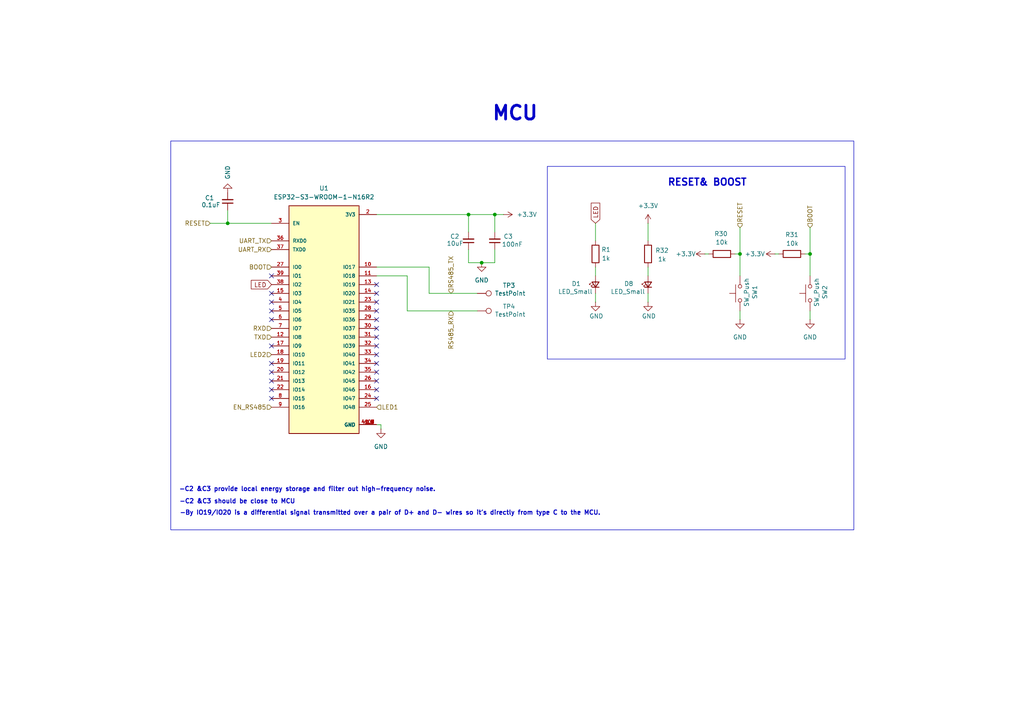
<source format=kicad_sch>
(kicad_sch (version 20231120) (generator "eeschema") (generator_version "8.0")
  (paper "A4")
  (lib_symbols
    (symbol "Connector:TestPoint" (pin_numbers hide) (pin_names (offset 0.762) hide)
      (property "Reference" "TP" (at 0 6.858 0))
      (property "Value" "TestPoint" (at 0 5.08 0))
      (symbol "TestPoint_0_1"
        (circle (center 0 3.302) (radius 0.762))
      )
      (symbol "TestPoint_1_1"
        (pin passive line (at 0 0 90) (length 2.54) (name "1") (number "1"))
      )
    )
    (symbol "Device:C_Small" (pin_numbers hide) (pin_names (offset 0.254) hide)
      (property "Reference" "C" (at 0.254 1.778 0))
      (property "Value" "C_Small" (at 0.254 -2.032 0))
      (symbol "C_Small_0_1"
        (polyline (pts (xy -1.524 -0.508) (xy 1.524 -0.508)) (stroke (width 0.3302)))
        (polyline (pts (xy -1.524 0.508) (xy 1.524 0.508)) (stroke (width 0.3048)))
      )
      (symbol "C_Small_1_1"
        (pin passive line (at 0 2.54 270) (length 2.032) (name "~") (number "1"))
        (pin passive line (at 0 -2.54 90) (length 2.032) (name "~") (number "2"))
      )
    )
    (symbol "Device:LED_Small" (pin_numbers hide) (pin_names (offset 0.254) hide)
      (property "Reference" "D" (at -1.27 3.175 0))
      (property "Value" "LED_Small" (at -4.445 -2.54 0))
      (symbol "LED_Small_0_1"
        (polyline (pts (xy -0.762 -1.016) (xy -0.762 1.016)) (stroke (width 0.254)))
        (polyline (pts (xy 1.016 0) (xy -0.762 0)))
        (polyline (pts (xy 0.762 -1.016) (xy -0.762 0) (xy 0.762 1.016) (xy 0.762 -1.016)) (stroke (width 0.254)))
        (polyline (pts (xy 0 0.762) (xy -0.508 1.27) (xy -0.254 1.27) (xy -0.508 1.27) (xy -0.508 1.016)))
        (polyline (pts (xy 0.508 1.27) (xy 0 1.778) (xy 0.254 1.778) (xy 0 1.778) (xy 0 1.524)))
      )
      (symbol "LED_Small_1_1"
        (pin passive line (at -2.54 0 0) (length 1.778) (name "K") (number "1"))
        (pin passive line (at 2.54 0 180) (length 1.778) (name "A") (number "2"))
      )
    )
    (symbol "Device:R" (pin_numbers hide) (pin_names (offset 0))
      (property "Reference" "R" (at 2.032 0 90))
      (property "Value" "R" (at 0 0 90))
      (symbol "R_0_1"
        (rectangle (start -1.016 -2.54) (end 1.016 2.54) (stroke (width 0.254)))
      )
      (symbol "R_1_1"
        (pin passive line (at 0 3.81 270) (length 1.27) (name "~") (number "1"))
        (pin passive line (at 0 -3.81 90) (length 1.27) (name "~") (number "2"))
      )
    )
    (symbol "ESP32-S3-WROOM-1-N16R2_1" (pin_names (offset 1.016))
      (property "Reference" "U" (at -10.16 34.1122 0))
      (property "Value" "ESP32-S3-WROOM-1-N16R2" (at -10.16 -35.56 0))
      (symbol "ESP32-S3-WROOM-1-N16R2_1_0_0"
        (rectangle (start -10.16 -33.02) (end 10.16 33.02) (stroke (width 0.254)) (fill (type background)))
        (pin power_in line (at 15.24 -30.48 180) (length 5.08) (name "GND") (number "1"))
        (pin bidirectional line (at 15.24 15.24 180) (length 5.08) (name "IO17") (number "10"))
        (pin bidirectional line (at 15.24 12.7 180) (length 5.08) (name "IO18") (number "11"))
        (pin bidirectional line (at -15.24 -5.08 0) (length 5.08) (name "IO8") (number "12"))
        (pin bidirectional line (at 15.24 10.16 180) (length 5.08) (name "IO19") (number "13"))
        (pin bidirectional line (at 15.24 7.62 180) (length 5.08) (name "IO20") (number "14"))
        (pin bidirectional line (at -15.24 7.62 0) (length 5.08) (name "IO3") (number "15"))
        (pin bidirectional line (at 15.24 -20.32 180) (length 5.08) (name "IO46") (number "16"))
        (pin bidirectional line (at -15.24 -7.62 0) (length 5.08) (name "IO9") (number "17"))
        (pin bidirectional line (at -15.24 -10.16 0) (length 5.08) (name "IO10") (number "18"))
        (pin bidirectional line (at -15.24 -12.7 0) (length 5.08) (name "IO11") (number "19"))
        (pin power_in line (at 15.24 30.48 180) (length 5.08) (name "3V3") (number "2"))
        (pin bidirectional line (at -15.24 -15.24 0) (length 5.08) (name "IO12") (number "20"))
        (pin bidirectional line (at -15.24 -17.78 0) (length 5.08) (name "IO13") (number "21"))
        (pin bidirectional line (at -15.24 -20.32 0) (length 5.08) (name "IO14") (number "22"))
        (pin bidirectional line (at 15.24 5.08 180) (length 5.08) (name "IO21") (number "23"))
        (pin bidirectional line (at 15.24 -22.86 180) (length 5.08) (name "IO47") (number "24"))
        (pin bidirectional line (at 15.24 -25.4 180) (length 5.08) (name "IO48") (number "25"))
        (pin bidirectional line (at 15.24 -17.78 180) (length 5.08) (name "IO45") (number "26"))
        (pin bidirectional line (at -15.24 15.24 0) (length 5.08) (name "IO0") (number "27"))
        (pin bidirectional line (at 15.24 2.54 180) (length 5.08) (name "IO35") (number "28"))
        (pin bidirectional line (at 15.24 0 180) (length 5.08) (name "IO36") (number "29"))
        (pin input line (at -15.24 27.94 0) (length 5.08) (name "EN") (number "3"))
        (pin bidirectional line (at 15.24 -2.54 180) (length 5.08) (name "IO37") (number "30"))
        (pin bidirectional line (at 15.24 -5.08 180) (length 5.08) (name "IO38") (number "31"))
        (pin bidirectional line (at 15.24 -7.62 180) (length 5.08) (name "IO39") (number "32"))
        (pin bidirectional line (at 15.24 -10.16 180) (length 5.08) (name "IO40") (number "33"))
        (pin bidirectional line (at 15.24 -12.7 180) (length 5.08) (name "IO41") (number "34"))
        (pin bidirectional line (at 15.24 -15.24 180) (length 5.08) (name "IO42") (number "35"))
        (pin bidirectional line (at -15.24 22.86 0) (length 5.08) (name "RXD0") (number "36"))
        (pin bidirectional line (at -15.24 20.32 0) (length 5.08) (name "TXD0") (number "37"))
        (pin bidirectional line (at -15.24 10.16 0) (length 5.08) (name "IO2") (number "38"))
        (pin bidirectional line (at -15.24 12.7 0) (length 5.08) (name "IO1") (number "39"))
        (pin bidirectional line (at -15.24 5.08 0) (length 5.08) (name "IO4") (number "4"))
        (pin power_in line (at 15.24 -30.48 180) (length 5.08) (name "GND") (number "40"))
        (pin power_in line (at 15.24 -30.48 180) (length 5.08) (name "GND") (number "41_1"))
        (pin power_in line (at 15.24 -30.48 180) (length 5.08) (name "GND") (number "41_2"))
        (pin power_in line (at 15.24 -30.48 180) (length 5.08) (name "GND") (number "41_3"))
        (pin power_in line (at 15.24 -30.48 180) (length 5.08) (name "GND") (number "41_4"))
        (pin power_in line (at 15.24 -30.48 180) (length 5.08) (name "GND") (number "41_5"))
        (pin power_in line (at 15.24 -30.48 180) (length 5.08) (name "GND") (number "41_6"))
        (pin power_in line (at 15.24 -30.48 180) (length 5.08) (name "GND") (number "41_7"))
        (pin power_in line (at 15.24 -30.48 180) (length 5.08) (name "GND") (number "41_8"))
        (pin power_in line (at 15.24 -30.48 180) (length 5.08) (name "GND") (number "41_9"))
        (pin bidirectional line (at -15.24 2.54 0) (length 5.08) (name "IO5") (number "5"))
        (pin bidirectional line (at -15.24 0 0) (length 5.08) (name "IO6") (number "6"))
        (pin bidirectional line (at -15.24 -2.54 0) (length 5.08) (name "IO7") (number "7"))
        (pin bidirectional line (at -15.24 -22.86 0) (length 5.08) (name "IO15") (number "8"))
        (pin bidirectional line (at -15.24 -25.4 0) (length 5.08) (name "IO16") (number "9"))
      )
    )
    (symbol "GND_1" (power) (pin_numbers hide) (pin_names (offset 0) hide)
      (property "Value" "GND" (at 0 -3.81 0))
      (symbol "GND_1_0_1"
        (polyline (pts (xy 0 0) (xy 0 -1.27) (xy 1.27 -1.27) (xy 0 -2.54) (xy -1.27 -1.27) (xy 0 -1.27)))
      )
      (symbol "GND_1_1_1"
        (pin power_in line (at 0 0 270) (length 0) (name "~") (number "1"))
      )
    )
    (symbol "Switch:SW_Push" (pin_numbers hide) (pin_names (offset 1.016) hide)
      (property "Reference" "SW" (at 1.27 2.54 0))
      (property "Value" "SW_Push" (at 0 -1.524 0))
      (symbol "SW_Push_0_1"
        (circle (center -2.032 0) (radius 0.508))
        (polyline (pts (xy 0 1.27) (xy 0 3.048)))
        (polyline (pts (xy 2.54 1.27) (xy -2.54 1.27)))
        (circle (center 2.032 0) (radius 0.508))
        (pin passive line (at -5.08 0 0) (length 2.54) (name "1") (number "1"))
        (pin passive line (at 5.08 0 180) (length 2.54) (name "2") (number "2"))
      )
    )
    (symbol "power:+3.3V" (power) (pin_numbers hide) (pin_names (offset 0) hide)
      (property "Value" "+3.3V" (at 0 3.556 0))
      (symbol "+3.3V_0_1"
        (polyline (pts (xy -0.762 1.27) (xy 0 2.54)))
        (polyline (pts (xy 0 0) (xy 0 2.54)))
        (polyline (pts (xy 0 2.54) (xy 0.762 1.27)))
      )
      (symbol "+3.3V_1_1"
        (pin power_in line (at 0 0 90) (length 0) (name "~") (number "1"))
      )
    )
    (symbol "power:GND" (power) (pin_numbers hide) (pin_names (offset 0) hide)
      (property "Value" "GND" (at 0 -3.81 0))
      (symbol "GND_0_1"
        (polyline (pts (xy 0 0) (xy 0 -1.27) (xy 1.27 -1.27) (xy 0 -2.54) (xy -1.27 -1.27) (xy 0 -1.27)))
      )
      (symbol "GND_1_1"
        (pin power_in line (at 0 0 270) (length 0) (name "~") (number "1"))
      )
    )
  )
  (junction (at 234.95 73.66))
  (junction (at 143.51 62.23))
  (junction (at 66.04 64.77))
  (junction (at 139.7 76.2))
  (junction (at 135.89 62.23))
  (junction (at 214.63 73.66))
  (no_connect (at 78.74 90.17))
  (no_connect (at 78.74 87.63))
  (no_connect (at 109.22 87.63))
  (no_connect (at 109.22 100.33))
  (no_connect (at 78.74 110.49))
  (no_connect (at 109.22 95.25))
  (no_connect (at 109.22 115.57))
  (no_connect (at 78.74 92.71))
  (no_connect (at 78.74 113.03))
  (no_connect (at 109.22 82.55))
  (no_connect (at 78.74 80.01))
  (no_connect (at 78.74 115.57))
  (no_connect (at 109.22 107.95))
  (no_connect (at 109.22 97.79))
  (no_connect (at 78.74 107.95))
  (no_connect (at 109.22 90.17))
  (no_connect (at 109.22 105.41))
  (no_connect (at 109.22 92.71))
  (no_connect (at 109.22 110.49))
  (no_connect (at 78.74 85.09))
  (no_connect (at 78.74 105.41))
  (no_connect (at 78.74 100.33))
  (no_connect (at 109.22 113.03))
  (no_connect (at 109.22 85.09))
  (no_connect (at 109.22 102.87))
  (wire (pts (xy 204.47 73.66) (xy 205.5622 73.66)))
  (wire (pts (xy 143.51 62.23) (xy 143.51 67.31)))
  (wire (pts (xy 234.95 90.17) (xy 234.95 92.71)))
  (wire (pts (xy 139.7 76.2) (xy 143.51 76.2)))
  (wire (pts (xy 124.46 85.09) (xy 138.43 85.09)))
  (wire (pts (xy 118.11 80.01) (xy 109.22 80.01)))
  (wire (pts (xy 135.89 72.39) (xy 135.89 76.2)))
  (wire (pts (xy 187.96 85.09) (xy 187.96 87.63)))
  (wire (pts (xy 60.96 64.77) (xy 66.04 64.77)))
  (wire (pts (xy 135.89 62.23) (xy 135.89 67.31)))
  (wire (pts (xy 118.11 90.17) (xy 118.11 80.01)))
  (wire (pts (xy 214.63 90.17) (xy 214.63 92.71)))
  (wire (pts (xy 139.7 76.2) (xy 135.89 76.2)))
  (wire (pts (xy 124.46 77.47) (xy 109.22 77.47)))
  (wire (pts (xy 124.46 85.09) (xy 124.46 77.47)))
  (wire (pts (xy 118.11 90.17) (xy 138.43 90.17)))
  (wire (pts (xy 172.72 85.09) (xy 172.72 87.63)))
  (wire (pts (xy 234.95 80.01) (xy 234.95 73.66)))
  (wire (pts (xy 214.63 80.01) (xy 214.63 73.66)))
  (wire (pts (xy 110.49 123.19) (xy 109.22 123.19)))
  (wire (pts (xy 213.1822 73.66) (xy 214.63 73.66)))
  (wire (pts (xy 187.96 64.77) (xy 187.96 69.85)))
  (wire (pts (xy 135.89 62.23) (xy 143.51 62.23)))
  (wire (pts (xy 172.72 77.47) (xy 172.72 80.01)))
  (wire (pts (xy 109.22 62.23) (xy 135.89 62.23)))
  (wire (pts (xy 214.63 66.04) (xy 214.63 73.66)))
  (wire (pts (xy 234.95 66.04) (xy 234.95 73.66)))
  (wire (pts (xy 143.51 62.23) (xy 146.05 62.23)))
  (wire (pts (xy 66.04 60.96) (xy 66.04 64.77)))
  (wire (pts (xy 187.96 77.47) (xy 187.96 80.01)))
  (wire (pts (xy 172.72 64.77) (xy 172.72 69.85)))
  (wire (pts (xy 233.5022 73.66) (xy 234.95 73.66)))
  (wire (pts (xy 110.49 124.46) (xy 110.49 123.19)))
  (wire (pts (xy 66.04 64.77) (xy 78.74 64.77)))
  (wire (pts (xy 143.51 72.39) (xy 143.51 76.2)))
  (wire (pts (xy 224.79 73.66) (xy 225.8822 73.66)))
  (rectangle (start 49.53 40.894) (end 247.65 153.67))
  (rectangle (start 158.75 48.26) (end 245.11 104.14))
  (text "-By IO19/IO20 is a differential signal transmitted over a pair of D+ and D- wires so it's directly from type C to the MCU.\n" (at 52.07 148.844 0) (effects (font (size 1.27 1.27) (thickness 0.254) (bold yes)) (justify left)))
  (text "-C2 &C3 should be close to MCU" (at 68.834 145.542 0) (effects (font (size 1.27 1.27) (thickness 0.254) (bold yes))))
  (text "RESET& BOOST\n\n" (at 193.548 57.404 0) (effects (font (size 2 2) (thickness 0.4) (bold yes)) (justify left bottom)))
  (text "MCU\n" (at 142.494 35.306 0) (effects (font (size 4 4) (bold yes)) (justify left bottom)))
  (text "-C2 &C3 provide local energy storage and filter out high-frequency noise." (at 89.154 141.986 0) (effects (font (size 1.27 1.27) (thickness 0.254) (bold yes))))
  (global_label "LED" (shape input) (at 172.72 64.77 90) (property "Intersheetrefs" "${INTERSHEET_REFS}" (effects (hide yes))))
  (global_label "LED" (shape input) (at 78.74 82.55 180) (property "Intersheetrefs" "${INTERSHEET_REFS}" (effects (hide yes))))
  (hierarchical_label "BOOT" (shape input) (at 78.74 77.47 180))
  (hierarchical_label "RS485_TX" (shape input) (at 130.81 85.09 90))
  (hierarchical_label "LED1" (shape input) (at 109.22 118.11 0))
  (hierarchical_label "UART_TX" (shape input) (at 78.74 69.85 180))
  (hierarchical_label "BOOT" (shape input) (at 234.95 66.04 90))
  (hierarchical_label "RS485_RX" (shape input) (at 130.81 90.17 270))
  (hierarchical_label "TXD" (shape input) (at 78.74 97.79 180))
  (hierarchical_label "UART_RX" (shape input) (at 78.74 72.39 180))
  (hierarchical_label "RXD" (shape input) (at 78.74 95.25 180))
  (hierarchical_label "RESET" (shape input) (at 60.96 64.77 180))
  (hierarchical_label "LED2" (shape input) (at 78.74 102.87 180))
  (hierarchical_label "RESET" (shape input) (at 214.63 66.04 90))
  (hierarchical_label "EN_RS485" (shape input) (at 78.74 118.11 180))
  (symbol (lib_name "GND_1") (lib_id "power:GND") (at 66.04 55.88 180) (unit 1)
    (property "Reference" "#PWR02" (effects (hide yes)))
    (property "Value" "GND" (at 66.0399 52.07 90) (effects (justify right)))
    (property "Description" "Power symbol creates a global label with name \"GND\" , ground" (effects (hide yes)))
  )
  (symbol (lib_id "power:GND") (at 234.95 92.71 0) (unit 1)
    (property "Reference" "#PWR047" (effects (hide yes)))
    (property "Value" "GND" (at 234.95 97.79 0))
  )
  (symbol (lib_id "power:GND") (at 139.7 76.2 0) (unit 1)
    (property "Reference" "#PWR05" (effects (hide yes)))
    (property "Value" "GND" (at 139.7 81.28 0))
    (property "Description" "Power symbol creates a global label with name \"GND\" , ground" (effects (hide yes)))
  )
  (symbol (lib_id "power:+3.3V") (at 146.05 62.23 270) (unit 1)
    (property "Reference" "#PWR06" (effects (hide yes)))
    (property "Value" "+3.3V" (at 149.86 62.2299 90) (effects (justify left)))
    (property "Description" "Power symbol creates a global label with name \"+3.3V\"" (effects (hide yes)))
  )
  (symbol (lib_name "GND_1") (lib_id "power:GND") (at 187.96 87.63 0) (unit 1)
    (property "Reference" "#PWR050" (effects (hide yes)))
    (property "Value" "GND" (at 190.246 91.694 0) (effects (justify right)))
    (property "Description" "Power symbol creates a global label with name \"GND\" , ground" (effects (hide yes)))
  )
  (symbol (lib_name "ESP32-S3-WROOM-1-N16R2_1") (lib_id "ESP32-S3-WROOM-1-N16R2:ESP32-S3-WROOM-1-N16R2") (at 93.98 92.71 0) (unit 1)
    (property "Reference" "U1" (at 93.98 54.61 0))
    (property "Value" "ESP32-S3-WROOM-1-N16R2" (at 93.98 57.15 0))
    (property "Footprint" "MOD FILE:XCVR_ESP32-S3-WROOM-1-N16R2" (effects (hide yes)))
    (property "MF" "Espressif Systems" (effects (hide yes)))
    (property "MAXIMUM_PACKAGE_HEIGHT" "3.25mm" (effects (hide yes)))
    (property "Package" "NON STANDARD Espressif Systems" (effects (hide yes)))
    (property "Price" "None" (effects (hide yes)))
    (property "Check_prices" "https://www.snapeda.com/parts/ESP32S3WROOM1N16R2/Espressif+Systems/view-part/?ref=eda" (effects (hide yes)))
    (property "STANDARD" "Manufacturer Recommendations" (effects (hide yes)))
    (property "PARTREV" "v1.0" (effects (hide yes)))
    (property "SnapEDA_Link" "https://www.snapeda.com/parts/ESP32S3WROOM1N16R2/Espressif+Systems/view-part/?ref=snap" (effects (hide yes)))
    (property "MP" "ESP32S3WROOM1N16R2" (effects (hide yes)))
    (property "Description_1" "\nBluetooth, WiFi 802.11b/g/n, Bluetooth v5.0 Transceiver Module 2.4GHz PCB Trace Surface Mount\n" (effects (hide yes)))
    (property "Availability" "In Stock" (effects (hide yes)))
    (property "MANUFACTURER" "Espressif" (effects (hide yes)))
  )
  (symbol (lib_id "power:+3.3V") (at 224.79 73.66 90) (unit 1)
    (property "Reference" "#PWR046" (effects (hide yes)))
    (property "Value" "+3.3V" (at 218.948 73.66 90))
  )
  (symbol (lib_id "Switch:SW_Push") (at 214.63 85.09 90) (unit 1)
    (property "Reference" "SW1" (at 218.9226 82.7024 0) (effects (justify right)))
    (property "Value" "SW_Push" (at 216.535 80.5688 0) (effects (justify right)))
    (property "Footprint" "Button_Switch_THT:SW_Tactile_SPST_Angled_PTS645Vx39-2LFS" (effects (hide yes)))
  )
  (symbol (lib_id "power:GND") (at 214.63 92.71 0) (unit 1)
    (property "Reference" "#PWR045" (effects (hide yes)))
    (property "Value" "GND" (at 214.63 97.79 0))
  )
  (symbol (lib_id "Device:R") (at 187.96 73.66 0) (unit 1)
    (property "Reference" "R32" (at 192.024 72.644 0))
    (property "Value" "1k" (at 192.024 75.184 0))
    (property "Footprint" "Resistor_SMD:R_0603_1608Metric" (effects (hide yes)))
    (property "Description" "Resistor" (effects (hide yes)))
  )
  (symbol (lib_id "power:+3.3V") (at 204.47 73.66 90) (unit 1)
    (property "Reference" "#PWR044" (effects (hide yes)))
    (property "Value" "+3.3V" (at 198.882 73.66 90))
  )
  (symbol (lib_id "Device:LED_Small") (at 187.96 82.55 90) (unit 1)
    (property "Reference" "D8" (at 182.372 82.296 90))
    (property "Value" "LED_Small" (at 182.118 84.582 90))
    (property "Footprint" "LED_SMD:LED_0805_2012Metric" (effects (hide yes)))
    (property "Description" "Light emitting diode, small symbol" (effects (hide yes)))
  )
  (symbol (lib_id "Device:LED_Small") (at 172.72 82.55 90) (unit 1)
    (property "Reference" "D1" (at 167.132 82.296 90))
    (property "Value" "LED_Small" (at 166.878 84.582 90))
    (property "Footprint" "LED_SMD:LED_0805_2012Metric" (effects (hide yes)))
    (property "Description" "Light emitting diode, small symbol" (effects (hide yes)))
  )
  (symbol (lib_id "Device:C_Small") (at 143.51 69.85 180) (unit 1)
    (property "Reference" "C3" (at 146.05 68.58 0) (effects (justify right)))
    (property "Value" "100nF" (at 145.542 70.8724 0) (effects (justify right)))
    (property "Footprint" "Capacitor_SMD:C_0603_1608Metric" (effects (hide yes)))
  )
  (symbol (lib_id "power:GND") (at 110.49 124.46 0) (unit 1)
    (property "Reference" "#PWR04" (effects (hide yes)))
    (property "Value" "GND" (at 110.49 129.54 0))
    (property "Description" "Power symbol creates a global label with name \"GND\" , ground" (effects (hide yes)))
  )
  (symbol (lib_id "Switch:SW_Push") (at 234.95 85.09 90) (unit 1)
    (property "Reference" "SW2" (at 239.2426 82.7024 0) (effects (justify right)))
    (property "Value" "SW_Push" (at 236.855 80.5688 0) (effects (justify right)))
    (property "Footprint" "Button_Switch_SMD:SW_Push_SPST_NO_Alps_SKRK" (effects (hide yes)))
  )
  (symbol (lib_id "Device:C_Small") (at 135.89 69.85 180) (unit 1)
    (property "Reference" "C2" (at 130.556 68.58 0) (effects (justify right)))
    (property "Value" "10uF" (at 129.54 70.612 0) (effects (justify right)))
    (property "Footprint" "Capacitor_SMD:C_0603_1608Metric" (effects (hide yes)))
  )
  (symbol (lib_id "Connector:TestPoint") (at 138.43 85.09 270) (unit 1)
    (property "Reference" "TP3" (at 145.796 82.804 90) (effects (justify left)))
    (property "Value" "TestPoint" (at 143.51 85.09 90) (effects (justify left)))
    (property "Footprint" "TestPoint:TestPoint_Loop_D1.80mm_Drill1.0mm_Beaded" (effects (hide yes)))
    (property "Description" "test point" (effects (hide yes)))
  )
  (symbol (lib_id "Connector:TestPoint") (at 138.43 90.17 270) (unit 1)
    (property "Reference" "TP4" (at 145.796 88.9 90) (effects (justify left)))
    (property "Value" "TestPoint" (at 143.51 91.186 90) (effects (justify left)))
    (property "Footprint" "TestPoint:TestPoint_Loop_D1.80mm_Drill1.0mm_Beaded" (effects (hide yes)))
    (property "Description" "test point" (effects (hide yes)))
  )
  (symbol (lib_id "Device:R") (at 229.6922 73.66 90) (unit 1)
    (property "Reference" "R31" (at 231.648 68.072 90) (effects (justify left)))
    (property "Value" "10k" (at 231.648 70.612 90) (effects (justify left)))
    (property "Footprint" "Resistor_SMD:R_0603_1608Metric" (effects (hide yes)))
  )
  (symbol (lib_id "power:+3.3V") (at 187.96 64.77 0) (unit 1)
    (property "Reference" "#PWR051" (effects (hide yes)))
    (property "Value" "+3.3V" (at 187.96 59.69 0))
    (property "Description" "Power symbol creates a global label with name \"+3.3V\"" (effects (hide yes)))
  )
  (symbol (lib_id "Device:R") (at 172.72 73.66 0) (unit 1)
    (property "Reference" "R1" (at 175.768 72.39 0))
    (property "Value" "1k" (at 175.768 74.93 0))
    (property "Footprint" "Resistor_SMD:R_0603_1608Metric" (effects (hide yes)))
    (property "Description" "Resistor" (effects (hide yes)))
  )
  (symbol (lib_id "Device:R") (at 209.3722 73.66 90) (unit 1)
    (property "Reference" "R30" (at 211.074 67.818 90) (effects (justify left)))
    (property "Value" "10k" (at 211.1756 70.2818 90) (effects (justify left)))
    (property "Footprint" "Resistor_SMD:R_0603_1608Metric" (effects (hide yes)))
  )
  (symbol (lib_name "GND_1") (lib_id "power:GND") (at 172.72 87.63 0) (unit 1)
    (property "Reference" "#PWR07" (effects (hide yes)))
    (property "Value" "GND" (at 175.006 91.694 0) (effects (justify right)))
    (property "Description" "Power symbol creates a global label with name \"GND\" , ground" (effects (hide yes)))
  )
  (symbol (lib_id "Device:C_Small") (at 66.04 58.42 180) (unit 1)
    (property "Reference" "C1" (at 59.436 57.404 0) (effects (justify right)))
    (property "Value" "0.1uF" (at 58.42 59.436 0) (effects (justify right)))
    (property "Footprint" "Capacitor_SMD:C_0603_1608Metric" (effects (hide yes)))
  )
)
</source>
